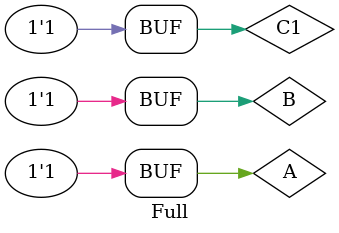
<source format=v>
/* testbench module */

`include "HAbh.v"

module Full;
	reg A,B,C1;
	wire sum,carry;
	Half i (sum1,carry1,A,B);
	Half j (sum,carry2,sum1,C1);
	or(carry,carry1,carry2);
	initial begin
    		A=0;B=0;C1=0;
    		#1 A=0;B=0;C1=1;
    		#1 A=0;B=1;C1=0;
    		#1 A=0;B=1;C1=1;
    		#1 A=1;B=0;C1=0;
    		#1 A=1;B=0;C1=1;
    		#1 A=1;B=1;C1=0;
    		#1 A=1;B=1;C1=1;
	end
initial begin
    $monitor("%t A=%d B=%d C=%d Sum=%d Carry=%d",$time,A,B,C1,sum,carry);
end
endmodule


</source>
